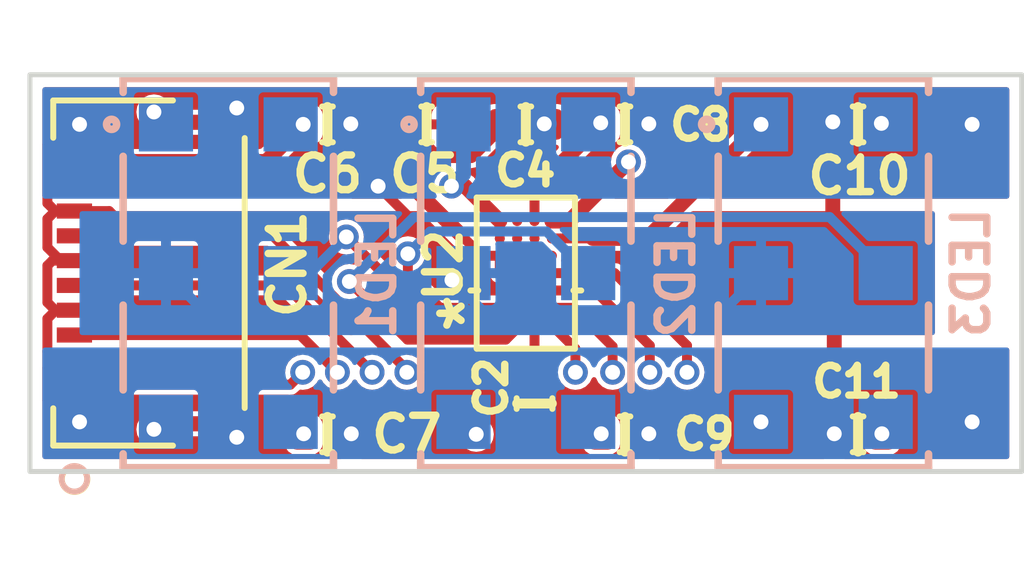
<source format=kicad_pcb>
(kicad_pcb (version 20211014) (generator pcbnew)
  (layers (0 "F.Cu" power) (1 "In1.Cu" signal) (2 "In2.Cu" signal) (31 "B.Cu" power) (34 "B.Paste" user) (35 "F.Paste" user) (36 "B.SilkS" user "B.Silkscreen") (37 "F.SilkS" user "F.Silkscreen") (38 "B.Mask" user) (39 "F.Mask" user) (44 "Edge.Cuts" user))
  (net 0 "")
  (net 1 "VDD")
  (net 2 "/LED4_DRV")
  (net 3 "Net-(C2-Pad1)")
  (net 4 "U_GND")
  (net 5 "+1V8")
  (net 6 "/PPG_SCLK")
  (net 7 "/PPG_MISO")
  (net 8 "/PPG_MOSI")
  (net 9 "/PPG_CS")
  (net 10 "/PD1_IN")
  (net 11 "/PD2_IN")
  (net 12 "/PD3_IN")
  (net 15 "/LED3_DRV")
  (net 16 "/LED9_DRV")
  (footprint "User_library:UL_C_0402_1005Metric" (layer "F.Cu") (at 162 77.25)
    (fp_text reference "C9" (at 1.6 0) (layer "F.SilkS") (effects (font (size 0.6 0.6))))
    (fp_text value "22u")
    (fp_line (start -0.107836 -0.36) (end 0.107836 -0.36) (layer "F.SilkS") (width 0.12))
    (fp_line (start 0 -0.35) (end 0 0.35) (layer "F.SilkS") (width 0.2))
    (fp_line (start -0.107836 0.36) (end 0.107836 0.36) (layer "F.SilkS") (width 0.12))
    (pad "1" smd roundrect locked (at -0.48 0) (size 0.56 0.62) (layers "F.Cu" "F.Paste" "F.Mask") (net 1 "VDD"))
    (pad "2" smd roundrect locked (at 0.48 0) (size 0.56 0.62) (layers "F.Cu" "F.Paste" "F.Mask") (net 4 "U_GND"))
  )
  (footprint "User_library:UL_C_0402_1005Metric" (layer "F.Cu") (at 156 77.25)
    (fp_text reference "C7" (at 1.6 0) (layer "F.SilkS") (effects (font (size 0.7 0.7))))
    (fp_text value "22u")
    (fp_line (start -0.107836 -0.36) (end 0.107836 -0.36) (layer "F.SilkS") (width 0.12))
    (fp_line (start -0.107836 0.36) (end 0.107836 0.36) (layer "F.SilkS") (width 0.12))
    (fp_line (start 0 -0.35) (end 0 0.35) (layer "F.SilkS") (width 0.2))
    (pad "1" smd roundrect locked (at -0.48 0) (size 0.56 0.62) (layers "F.Cu" "F.Paste" "F.Mask") (net 1 "VDD"))
    (pad "2" smd roundrect locked (at 0.48 0) (size 0.56 0.62) (layers "F.Cu" "F.Paste" "F.Mask") (net 4 "U_GND"))
  )
  (footprint "User_library:503480-1000" (layer "F.Cu") (at 152.4 73.9981 90)
    (fp_text reference "CN1" (at 0.1781 2.79 90) (layer "F.SilkS") (effects (font (size 0.7 0.7))))
    (fp_text value "503480-1000")
    (fp_circle (center -4.15 -1.5034) (end -3.8922 -1.5) (layer "B.SilkS") (width 0.12) (fill none))
    (fp_line (start 3.4798 0.483615) (end 3.4798 -1.9304) (layer "F.SilkS") (width 0.12))
    (fp_line (start -2.721821 1.9304) (end 2.721821 1.9304) (layer "F.SilkS") (width 0.12))
    (fp_line (start -3.4798 -1.9304) (end -3.4798 0.483615) (layer "F.SilkS") (width 0.12))
    (fp_line (start -2.72739 -1.9304) (end -3.4798 -1.9304) (layer "F.SilkS") (width 0.12))
    (fp_line (start 3.4798 -1.9304) (end 2.72739 -1.9304) (layer "F.SilkS") (width 0.12))
    (fp_circle (center -4.1578 -1.5) (end -3.9 -1.5) (layer "F.SilkS") (width 0.12) (fill none))
    (pad "1" smd rect locked (at -2.250001 -1.5034 90) (size 0.3048 0.7112) (layers "F.Cu" "F.Paste" "F.Mask") (net 6 "/PPG_SCLK"))
    (pad "2" smd rect locked (at -1.749999 -1.5034 90) (size 0.3048 0.7112) (layers "F.Cu" "F.Paste" "F.Mask") (net 4 "U_GND"))
    (pad "3" smd rect locked (at -1.25 -1.5034 90) (size 0.3048 0.7112) (layers "F.Cu" "F.Paste" "F.Mask") (net 7 "/PPG_MISO"))
    (pad "4" smd rect locked (at -0.750001 -1.5034 90) (size 0.3048 0.7112) (layers "F.Cu" "F.Paste" "F.Mask") (net 4 "U_GND"))
    (pad "5" smd rect locked (at -0.25 -1.5034 90) (size 0.3048 0.7112) (layers "F.Cu" "F.Paste" "F.Mask") (net 8 "/PPG_MOSI"))
    (pad "6" smd rect locked (at 0.25 -1.5034 90) (size 0.3048 0.7112) (layers "F.Cu" "F.Paste" "F.Mask") (net 4 "U_GND"))
    (pad "7" smd rect locked (at 0.750001 -1.5034 90) (size 0.3048 0.7112) (layers "F.Cu" "F.Paste" "F.Mask") (net 9 "/PPG_CS"))
    (pad "8" smd rect locked (at 1.25 -1.5034 90) (size 0.3048 0.7112) (layers "F.Cu" "F.Paste" "F.Mask") (net 4 "U_GND"))
    (pad "9" smd rect locked (at 1.749999 -1.5034 90) (size 0.3048 0.7112) (layers "F.Cu" "F.Paste" "F.Mask") (net 5 "+1V8"))
    (pad "10" smd rect locked (at 2.250001 -1.5034 90) (size 0.3048 0.7112) (layers "F.Cu" "F.Paste" "F.Mask") (net 1 "VDD"))
    (pad "11" smd rect locked (at -3.040002 1.1466 90) (size 0.3048 0.9906) (layers "F.Cu" "F.Paste" "F.Mask") (net 4 "U_GND"))
    (pad "12" smd rect locked (at 3.040002 1.1466 90) (size 0.3048 0.9906) (layers "F.Cu" "F.Paste" "F.Mask") (net 4 "U_GND"))
  )
  (footprint "User_library:UL_C_0402_1005Metric" (layer "F.Cu") (at 160.175 76.63 -90)
    (fp_text reference "C2" (at -0.32 0.87 -270) (layer "F.SilkS") (effects (font (size 0.6 0.6))))
    (fp_text value "1u")
    (fp_line (start 0 -0.35) (end 0 0.35) (layer "F.SilkS") (width 0.2))
    (fp_line (start -0.107836 0.36) (end 0.107836 0.36) (layer "F.SilkS") (width 0.12))
    (fp_line (start -0.107836 -0.36) (end 0.107836 -0.36) (layer "F.SilkS") (width 0.12))
    (pad "1" smd roundrect locked (at -0.48 0 270) (size 0.56 0.62) (layers "F.Cu" "F.Paste" "F.Mask") (net 3 "Net-(C2-Pad1)"))
    (pad "2" smd roundrect locked (at 0.48 0 270) (size 0.56 0.62) (layers "F.Cu" "F.Paste" "F.Mask") (net 4 "U_GND"))
  )
  (footprint "User_library:UL_C_0402_1005Metric" (layer "F.Cu") (at 162 71)
    (fp_text reference "C8" (at 1.52 0.01 180) (layer "F.SilkS") (effects (font (size 0.6 0.6))))
    (fp_text value "22u")
    (fp_line (start 0 -0.35) (end 0 0.35) (layer "F.SilkS") (width 0.2))
    (fp_line (start -0.107836 -0.36) (end 0.107836 -0.36) (layer "F.SilkS") (width 0.12))
    (fp_line (start -0.107836 0.36) (end 0.107836 0.36) (layer "F.SilkS") (width 0.12))
    (pad "1" smd roundrect locked (at -0.48 0) (size 0.56 0.62) (layers "F.Cu" "F.Paste" "F.Mask") (net 1 "VDD"))
    (pad "2" smd roundrect locked (at 0.48 0) (size 0.56 0.62) (layers "F.Cu" "F.Paste" "F.Mask") (net 4 "U_GND"))
  )
  (footprint "User_library:UL_C_0402_1005Metric" (layer "F.Cu") (at 166.7 77.25 180)
    (fp_text reference "C11" (at 0.03 1.06) (layer "F.SilkS") (effects (font (size 0.6 0.6))))
    (fp_text value "22u")
    (fp_line (start -0.107836 -0.36) (end 0.107836 -0.36) (layer "F.SilkS") (width 0.12))
    (fp_line (start 0 -0.35) (end 0 0.35) (layer "F.SilkS") (width 0.2))
    (fp_line (start -0.107836 0.36) (end 0.107836 0.36) (layer "F.SilkS") (width 0.12))
    (pad "1" smd roundrect locked (at -0.48 0 180) (size 0.56 0.62) (layers "F.Cu" "F.Paste" "F.Mask") (net 1 "VDD"))
    (pad "2" smd roundrect locked (at 0.48 0 180) (size 0.56 0.62) (layers "F.Cu" "F.Paste" "F.Mask") (net 4 "U_GND"))
  )
  (footprint "User_library:UL_C_0402_1005Metric" (layer "F.Cu") (at 156 71)
    (fp_text reference "C6" (at 0 1) (layer "F.SilkS") (effects (font (size 0.7 0.7))))
    (fp_text value "22u")
    (fp_line (start 0 -0.35) (end 0 0.35) (layer "F.SilkS") (width 0.2))
    (fp_line (start -0.107836 -0.36) (end 0.107836 -0.36) (layer "F.SilkS") (width 0.12))
    (fp_line (start -0.107836 0.36) (end 0.107836 0.36) (layer "F.SilkS") (width 0.12))
    (pad "1" smd roundrect locked (at -0.48 0) (size 0.56 0.62) (layers "F.Cu" "F.Paste" "F.Mask") (net 1 "VDD"))
    (pad "2" smd roundrect locked (at 0.48 0) (size 0.56 0.62) (layers "F.Cu" "F.Paste" "F.Mask") (net 4 "U_GND"))
  )
  (footprint "User_library:UL_C_0402_1005Metric" (layer "F.Cu") (at 166.7 71 180)
    (fp_text reference "C10" (at -0.03 -1.04) (layer "F.SilkS") (effects (font (size 0.7 0.7))))
    (fp_text value "22u")
    (fp_line (start -0.107836 0.36) (end 0.107836 0.36) (layer "F.SilkS") (width 0.12))
    (fp_line (start -0.107836 -0.36) (end 0.107836 -0.36) (layer "F.SilkS") (width 0.12))
    (fp_line (start 0 -0.35) (end 0 0.35) (layer "F.SilkS") (width 0.2))
    (pad "1" smd roundrect locked (at -0.48 0 180) (size 0.56 0.62) (layers "F.Cu" "F.Paste" "F.Mask") (net 1 "VDD"))
    (pad "2" smd roundrect locked (at 0.48 0 180) (size 0.56 0.62) (layers "F.Cu" "F.Paste" "F.Mask") (net 4 "U_GND"))
  )
  (footprint "User_library:UL_C_0402_1005Metric" (layer "F.Cu") (at 158 71)
    (fp_text reference "C5" (at -0.04 1) (layer "F.SilkS") (effects (font (size 0.7 0.7))))
    (fp_text value "0.1u")
    (fp_line (start -0.107836 -0.36) (end 0.107836 -0.36) (layer "F.SilkS") (width 0.12))
    (fp_line (start 0 -0.35) (end 0 0.35) (layer "F.SilkS") (width 0.2))
    (fp_line (start -0.107836 0.36) (end 0.107836 0.36) (layer "F.SilkS") (width 0.12))
    (pad "1" smd roundrect locked (at -0.48 0) (size 0.56 0.62) (layers "F.Cu" "F.Paste" "F.Mask") (net 5 "+1V8"))
    (pad "2" smd roundrect locked (at 0.48 0) (size 0.56 0.62) (layers "F.Cu" "F.Paste" "F.Mask") (net 4 "U_GND"))
  )
  (footprint "User_library:MAX86171ENI&plus_" (layer "F.Cu") (at 160 74 -90)
    (fp_text reference "U2" (at -0.1595 1.662 -90) (layer "F.SilkS") (effects (font (size 0.7 0.7))))
    (fp_text value "MAX86171ENI+" hide)
    (fp_text user "*" (at 0.81 1.19 -90) (layer "F.SilkS"))
    (fp_line (start 0.350012 -0.95934) (end 0.350012 -1.1176) (layer "F.SilkS") (width 0.12))
    (fp_line (start 1.524 0.9906) (end 1.524 -0.9906) (layer "F.SilkS") (width 0.12))
    (fp_line (start -1.524 -0.9906) (end -1.524 0.9906) (layer "F.SilkS") (width 0.12))
    (fp_line (start 0.350012 0.95934) (end 0.350012 1.1176) (layer "F.SilkS") (width 0.12))
    (fp_line (start -1.524 0.9906) (end 1.524 0.9906) (layer "F.SilkS") (width 0.12))
    (fp_line (start 1.524 -0.9906) (end -1.524 -0.9906) (layer "F.SilkS") (width 0.12))
    (pad "A1" smd circle (at -1.05 -0.525 270) (size 0.2032 0.2032) (layers "F.Cu" "F.Paste" "F.Mask") (net 15 "/LED3_DRV"))
    (pad "A2" smd circle (at -0.7 -0.525 270) (size 0.2032 0.2032) (layers "F.Cu" "F.Paste" "F.Mask") (net 16 "/LED9_DRV"))
    (pad "A3" smd circle (at -0.35 -0.525 270) (size 0.2032 0.2032) (layers "F.Cu" "F.Paste" "F.Mask"))
    (pad "A4" smd circle (at 0 -0.525 270) (size 0.2032 0.2032) (layers "F.Cu" "F.Paste" "F.Mask") (net 6 "/PPG_SCLK"))
    (pad "A5" smd circle (at 0.35 -0.525 270) (size 0.2032 0.2032) (layers "F.Cu" "F.Paste" "F.Mask") (net 7 "/PPG_MISO"))
    (pad "A6" smd circle (at 0.7 -0.525 270) (size 0.2032 0.2032) (layers "F.Cu" "F.Paste" "F.Mask") (net 8 "/PPG_MOSI"))
    (pad "A7" smd circle (at 1.05 -0.525 270) (size 0.2032 0.2032) (layers "F.Cu" "F.Paste" "F.Mask") (net 9 "/PPG_CS"))
    (pad "B1" smd circle (at -1.05 -0.175 270) (size 0.2032 0.2032) (layers "F.Cu" "F.Paste" "F.Mask") (net 1 "VDD"))
    (pad "B2" smd circle (at -0.7 -0.175 270) (size 0.2032 0.2032) (layers "F.Cu" "F.Paste" "F.Mask"))
    (pad "B3" smd circle (at -0.35 -0.175 270) (size 0.2032 0.2032) (layers "F.Cu" "F.Paste" "F.Mask") (net 4 "U_GND"))
    (pad "B4" smd circle (at 0 -0.175 270) (size 0.2032 0.2032) (layers "F.Cu" "F.Paste" "F.Mask"))
    (pad "B5" smd circle (at 0.35 -0.175 270) (size 0.2032 0.2032) (layers "F.Cu" "F.Paste" "F.Mask") (net 4 "U_GND"))
    (pad "B6" smd circle (at 0.7 -0.175 270) (size 0.2032 0.2032) (layers "F.Cu" "F.Paste" "F.Mask"))
    (pad "B7" smd circle (at 1.05 -0.175 270) (size 0.2032 0.2032) (layers "F.Cu" "F.Paste" "F.Mask") (net 3 "Net-(C2-Pad1)"))
    (pad "C1" smd circle (at -1.05 0.175 270) (size 0.2032 0.2032) (layers "F.Cu" "F.Paste" "F.Mask"))
    (pad "C2" smd circle (at -0.7 0.175 270) (size 0.2032 0.2032) (layers "F.Cu" "F.Paste" "F.Mask"))
    (pad "C3" smd circle (at -0.35 0.175 270) (size 0.2032 0.2032) (layers "F.Cu" "F.Paste" "F.Mask"))
    (pad "C4" smd circle (at 0 0.175 270) (size 0.2032 0.2032) (layers "F.Cu" "F.Paste" "F.Mask") (net 4 "U_GND"))
    (pad "C5" smd circle (at 0.35 0.175 270) (size 0.2032 0.2032) (layers "F.Cu" "F.Paste" "F.Mask") (net 4 "U_GND"))
    (pad "C6" smd circle (at 0.7 0.175 270) (size 0.2032 0.2032) (layers "F.Cu" "F.Paste" "F.Mask"))
    (pad "C7" smd circle (at 1.05 0.175 270) (size 0.2032 0.2032) (layers "F.Cu" "F.Paste" "F.Mask") (net 12 "/PD3_IN"))
    (pad "D1" smd circle (at -1.05 0.525 270) (size 0.2032 0.2032) (layers "F.Cu" "F.Paste" "F.Mask") (net 2 "/LED4_DRV"))
    (pad "D2" smd circle (at -0.7 0.525 270) (size 0.2032 0.2032) (layers "F.Cu" "F.Paste" "F.Mask"))
    (pad "D3" smd circle (at -0.35 0.525 270) (size 0.2032 0.2032) (layers "F.Cu" "F.Paste" "F.Mask") (net 5 "+1V8"))
    (pad "D4" smd circle (at 0 0.525 270) (size 0.2032 0.2032) (layers "F.Cu" "F.Paste" "F.Mask") (net 5 "+1V8"))
    (pad "D5" smd circle (at 0.35 0.525 270) (size 0.2032 0.2032) (layers "F.Cu" "F.Paste" "F.Mask") (net 4 "U_GND"))
    (pad "D6" smd circle (at 0.7 0.525 270) (size 0.2032 0.2032) (layers "F.Cu" "F.Paste" "F.Mask") (net 11 "/PD2_IN"))
    (pad "D7" smd circle (at 1.05 0.525 270) (size 0.2032 0.2032) (layers "F.Cu" "F.Paste" "F.Mask") (net 10 "/PD1_IN"))
  )
  (footprint "User_library:UL_C_0402_1005Metric" (layer "F.Cu") (at 160 71)
    (fp_text reference "C4" (at -0.01 0.93) (layer "F.SilkS") (effects (font (size 0.6 0.6))))
    (fp_text value "10u")
    (fp_line (start 0 -0.35) (end 0 0.35) (layer "F.SilkS") (width 0.2))
    (fp_line (start -0.107836 0.36) (end 0.107836 0.36) (layer "F.SilkS") (width 0.12))
    (fp_line (start -0.107836 -0.36) (end 0.107836 -0.36) (layer "F.SilkS") (width 0.12))
    (pad "1" smd roundrect locked (at -0.48 0) (size 0.56 0.62) (layers "F.Cu" "F.Paste" "F.Mask") (net 5 "+1V8"))
    (pad "2" smd roundrect locked (at 0.48 0) (size 0.56 0.62) (layers "F.Cu" "F.Paste" "F.Mask") (net 4 "U_GND"))
  )
  (footprint "User_library:SFH7070" (layer "B.Cu") (at 154 74 180)
    (fp_text reference "LED1" (at -3 -0.01 90) (layer "B.SilkS") (effects (font (size 0.7 0.7)) (justify mirror)))
    (fp_text value "SFH_7070")
    (fp_line (start -2.1209 -0.645647) (end -2.1209 -2.354352) (layer "B.SilkS") (width 0.1524))
    (fp_line (start -2.1209 2.354352) (end -2.1209 0.645647) (layer "B.SilkS") (width 0.1524))
    (fp_line (start -2.1209 -3.9243) (end 2.1209 -3.9243) (layer "B.SilkS") (width 0.1524))
    (fp_line (start 2.1209 -3.9243) (end 2.1209 -3.645646) (layer "B.SilkS") (width 0.1524))
    (fp_line (start 2.1209 3.9243) (end -2.1209 3.9243) (layer "B.SilkS") (width 0.1524))
    (fp_line (start 2.1209 -2.354352) (end 2.1209 -0.645647) (layer "B.SilkS") (width 0.1524))
    (fp_line (start -2.1209 -3.645646) (end -2.1209 -3.9243) (layer "B.SilkS") (width 0.1524))
    (fp_line (start 2.1209 3.645646) (end 2.1209 3.9243) (layer "B.SilkS") (width 0.1524))
    (fp_line (start -2.1209 3.9243) (end -2.1209 3.645646) (layer "B.SilkS") (width 0.1524))
    (fp_line (start 2.1209 0.645647) (end 2.1209 2.354352) (layer "B.SilkS") (width 0.1524))
    (fp_circle (center 2.354199 2.999999) (end 2.455799 2.999999) (layer "B.SilkS") (width 0.1524) (fill none))
    (pad "1" smd rect locked (at 1.2573 2.999999 180) (size 1.0922 1.0922) (layers "B.Cu" "B.Paste" "B.Mask") (net 15 "/LED3_DRV"))
    (pad "2" smd rect locked (at 1.2573 0 180) (size 1.0922 1.0922) (layers "B.Cu" "B.Paste" "B.Mask") (net 4 "U_GND"))
    (pad "3" smd rect locked (at 1.2573 -2.999999 180) (size 1.0922 1.0922) (layers "B.Cu" "B.Paste" "B.Mask") (net 15 "/LED3_DRV"))
    (pad "4" smd rect locked (at -1.2573 -2.999999 180) (size 1.0922 1.0922) (layers "B.Cu" "B.Paste" "B.Mask") (net 1 "VDD"))
    (pad "5" smd rect locked (at -1.2573 0 180) (size 1.0922 1.0922) (layers "B.Cu" "B.Paste" "B.Mask") (net 10 "/PD1_IN"))
    (pad "6" smd rect locked (at -1.2573 2.999999 180) (size 1.0922 1.0922) (layers "B.Cu" "B.Paste" "B.Mask") (net 1 "VDD"))
  )
  (footprint "User_library:SFH7070" (layer "B.Cu") (at 166 74 180)
    (fp_text reference "LED3" (at -2.98 0.01 90) (layer "B.SilkS") (effects (font (size 0.7 0.7)) (justify mirror)))
    (fp_text value "SFH_7070")
    (fp_line (start 2.1209 3.9243) (end -2.1209 3.9243) (layer "B.SilkS") (width 0.1524))
    (fp_line (start 2.1209 -2.354352) (end 2.1209 -0.645647) (layer "B.SilkS") (width 0.1524))
    (fp_line (start -2.1209 2.354352) (end -2.1209 0.645647) (layer "B.SilkS") (width 0.1524))
    (fp_line (start 2.1209 -3.9243) (end 2.1209 -3.645646) (layer "B.SilkS") (width 0.1524))
    (fp_line (start 2.1209 3.645646) (end 2.1209 3.9243) (layer "B.SilkS") (width 0.1524))
    (fp_line (start -2.1209 3.9243) (end -2.1209 3.645646) (layer "B.SilkS") (width 0.1524))
    (fp_line (start -2.1209 -0.645647) (end -2.1209 -2.354352) (layer "B.SilkS") (width 0.1524))
    (fp_line (start 2.1209 0.645647) (end 2.1209 2.354352) (layer "B.SilkS") (width 0.1524))
    (fp_line (start -2.1209 -3.9243) (end 2.1209 -3.9243) (layer "B.SilkS") (width 0.1524))
    (fp_line (start -2.1209 -3.645646) (end -2.1209 -3.9243) (layer "B.SilkS") (width 0.1524))
    (fp_circle (center 2.354199 2.999999) (end 2.455799 2.999999) (layer "B.SilkS") (width 0.1524) (fill none))
    (pad "1" smd rect locked (at 1.2573 2.999999 180) (size 1.0922 1.0922) (layers "B.Cu" "B.Paste" "B.Mask") (net 16 "/LED9_DRV"))
    (pad "2" smd rect locked (at 1.2573 0 180) (size 1.0922 1.0922) (layers "B.Cu" "B.Paste" "B.Mask") (net 4 "U_GND"))
    (pad "3" smd rect locked (at 1.2573 -2.999999 180) (size 1.0922 1.0922) (layers "B.Cu" "B.Paste" "B.Mask") (net 16 "/LED9_DRV"))
    (pad "4" smd rect locked (at -1.2573 -2.999999 180) (size 1.0922 1.0922) (layers "B.Cu" "B.Paste" "B.Mask") (net 1 "VDD"))
    (pad "5" smd rect locked (at -1.2573 0 180) (size 1.0922 1.0922) (layers "B.Cu" "B.Paste" "B.Mask") (net 12 "/PD3_IN"))
    (pad "6" smd rect locked (at -1.2573 2.999999 180) (size 1.0922 1.0922) (layers "B.Cu" "B.Paste" "B.Mask") (net 1 "VDD"))
  )
  (footprint "User_library:SFH7070" (layer "B.Cu") (at 160 74 180)
    (fp_text reference "LED2" (at -3.03 0 90) (layer "B.SilkS") (effects (font (size 0.7 0.7)) (justify mirror)))
    (fp_text value "SFH_7070")
    (fp_line (start 2.1209 -3.9243) (end 2.1209 -3.645646) (layer "B.SilkS") (width 0.1524))
    (fp_line (start -2.1209 -0.645647) (end -2.1209 -2.354352) (layer "B.SilkS") (width 0.1524))
    (fp_line (start 2.1209 3.9243) (end -2.1209 3.9243) (layer "B.SilkS") (width 0.1524))
    (fp_line (start 2.1209 -2.354352) (end 2.1209 -0.645647) (layer "B.SilkS") (width 0.1524))
    (fp_line (start 2.1209 0.645647) (end 2.1209 2.354352) (layer "B.SilkS") (width 0.1524))
    (fp_line (start 2.1209 3.645646) (end 2.1209 3.9243) (layer "B.SilkS") (width 0.1524))
    (fp_line (start -2.1209 -3.9243) (end 2.1209 -3.9243) (layer "B.SilkS") (width 0.1524))
    (fp_line (start -2.1209 -3.645646) (end -2.1209 -3.9243) (layer "B.SilkS") (width 0.1524))
    (fp_line (start -2.1209 3.9243) (end -2.1209 3.645646) (layer "B.SilkS") (width 0.1524))
    (fp_line (start -2.1209 2.354352) (end -2.1209 0.645647) (layer "B.SilkS") (width 0.1524))
    (fp_circle (center 2.354199 2.999999) (end 2.455799 2.999999) (layer "B.SilkS") (width 0.1524) (fill none))
    (pad "1" smd rect locked (at 1.2573 2.999999 180) (size 1.0922 1.0922) (layers "B.Cu" "B.Paste" "B.Mask") (net 2 "/LED4_DRV"))
    (pad "2" smd rect locked (at 1.2573 0 180) (size 1.0922 1.0922) (layers "B.Cu" "B.Paste" "B.Mask") (net 4 "U_GND"))
    (pad "3" smd rect locked (at 1.2573 -2.999999 180) (size 1.0922 1.0922) (layers "B.Cu" "B.Paste" "B.Mask") (net 2 "/LED4_DRV"))
    (pad "4" smd rect locked (at -1.2573 -2.999999 180) (size 1.0922 1.0922) (layers "B.Cu" "B.Paste" "B.Mask") (net 1 "VDD"))
    (pad "5" smd rect locked (at -1.2573 0 180) (size 1.0922 1.0922) (layers "B.Cu" "B.Paste" "B.Mask") (net 11 "/PD2_IN"))
    (pad "6" smd rect locked (at -1.2573 2.999999 180) (size 1.0922 1.0922) (layers "B.Cu" "B.Paste" "B.Mask") (net 1 "VDD"))
  )
  (gr_rect (start 150 70) (end 170 78) (layer "Edge.Cuts") (width 0.1) (fill none))
  (segment (start 161.51 71) (end 161.52 71.01) (width 0.2) (layer "F.Cu") (net 1))
  (segment (start 161.52 70.98) (end 161.52 71.03) (width 0.2) (layer "F.Cu") (net 1))
  (segment (start 161.51 70.97) (end 161.51 70.99) (width 0.3) (layer "F.Cu") (net 1))
  (segment (start 154.761901 71.748099) (end 155.51 71) (width 0.3) (layer "F.Cu") (net 1))
  (segment (start 161.51 71) (end 161.51 71.02) (width 0.2) (layer "F.Cu") (net 1))
  (segment (start 150.8966 71.748099) (end 154.761901 71.748099) (width 0.3) (layer "F.Cu") (net 1))
  (segment (start 161.51 70.99) (end 160.175 72.325) (width 0.3) (layer "F.Cu") (net 1))
  (segment (start 160.175 72.95) (end 160.175 72.325) (width 0.2) (layer "F.Cu") (net 1))
  (via (at 155.52 77.2395) (size 0.5) (drill 0.3) (layers "F.Cu" "B.Cu") (net 1))
  (via (at 167.18 77.2395) (size 0.5) (drill 0.3) (layers "F.Cu" "B.Cu") (net 1))
  (via (at 155.51 71) (size 0.5) (drill 0.3) (layers "F.Cu" "B.Cu") (net 1))
  (via (at 167.17 70.98) (size 0.5) (drill 0.3) (layers "F.Cu" "B.Cu") (net 1))
  (via (at 161.51 70.97) (size 0.5) (drill 0.3) (layers "F.Cu" "B.Cu") (net 1))
  (via (at 161.52 77.2395) (size 0.5) (drill 0.3) (layers "F.Cu" "B.Cu") (net 1))
  (segment (start 158.771251 72.246251) (end 159.475 72.95) (width 0.3) (layer "F.Cu") (net 2))
  (segment (start 158.5 72.246251) (end 158.771251 72.246251) (width 0.3) (layer "F.Cu") (net 2))
  (via (at 159 77.25) (size 0.5) (drill 0.3) (layers "F.Cu" "B.Cu") (net 2))
  (via (at 158.5 72.246251) (size 0.5) (drill 0.3) (layers "F.Cu" "B.Cu") (net 2))
  (segment (start 158.5 72.246251) (end 158.7427 72.003551) (width 0.3) (layer "B.Cu") (net 2))
  (segment (start 158.7427 72.003551) (end 158.7427 71.000001) (width 0.3) (layer "B.Cu") (net 2))
  (segment (start 160.175 75.05) (end 160.175 76.135) (width 0.2) (layer "F.Cu") (net 3))
  (segment (start 150.509577 75.748099) (end 150.351489 75.590011) (width 0.2) (layer "F.Cu") (net 4))
  (segment (start 150.351489 73.848511) (end 150.4519 73.7481) (width 0.2) (layer "F.Cu") (net 4))
  (segment (start 150.351489 75.90619) (end 150.351489 76.570012) (width 0.2) (layer "F.Cu") (net 4))
  (segment (start 159.475 74.35) (end 158.7205 74.35) (width 0.2) (layer "F.Cu") (net 4))
  (segment (start 150.351489 76.570012) (end 150.781477 77) (width 0.2) (layer "F.Cu") (net 4))
  (segment (start 150.351489 74.590011) (end 150.351489 73.848511) (width 0.2) (layer "F.Cu") (net 4))
  (segment (start 150.351489 72.906188) (end 150.351489 73.481499) (width 0.2) (layer "F.Cu") (net 4))
  (segment (start 150.8966 74.748101) (end 151.728101 74.748101) (width 0.2) (layer "F.Cu") (net 4))
  (segment (start 158.51 74.1395) (end 158.51 73.735122) (width 0.2) (layer "F.Cu") (net 4))
  (segment (start 150.509577 75.748099) (end 150.8966 75.748099) (width 0.2) (layer "F.Cu") (net 4))
  (segment (start 159.825 74.35) (end 159.825 74) (width 0.2) (layer "F.Cu") (net 4))
  (segment (start 158.51 73.735122) (end 157.021129 72.246251) (width 0.2) (layer "F.Cu") (net 4))
  (segment (start 160.175 74.35) (end 159.825 74.35) (width 0.2) (layer "F.Cu") (net 4))
  (segment (start 150.351489 72.590012) (end 150.351489 71.406188) (width 0.2) (layer "F.Cu") (net 4))
  (segment (start 150.351489 73.481499) (end 150.61809 73.7481) (width 0.2) (layer "F.Cu") (net 4))
  (segment (start 160.175 73.65) (end 159.825 74) (width 0.1) (layer "F.Cu") (net 4))
  (segment (start 150.757677 71) (end 151 71) (width 0.2) (layer "F.Cu") (net 4))
  (segment (start 150.8966 72.7481) (end 150.509577 72.7481) (width 0.2) (layer "F.Cu") (net 4))
  (segment (start 150.8966 73.7481) (end 151.6681 73.7481) (width 0.2) (layer "F.Cu") (net 4))
  (segment (start 150.509577 72.7481) (end 150.351489 72.906188) (width 0.2) (layer "F.Cu") (net 4))
  (segment (start 150.509579 74.748101) (end 150.351489 74.590011) (width 0.2) (layer "F.Cu") (net 4))
  (segment (start 158.7205 74.35) (end 158.51 74.1395) (width 0.2) (layer "F.Cu") (net 4))
  (segment (start 150.509579 74.748101) (end 150.8966 74.748101) (width 0.2) (layer "F.Cu") (net 4))
  (segment (start 150.4519 73.7481) (end 150.8966 73.7481) (width 0.2) (layer "F.Cu") (net 4))
  (segment (start 150.8966 72.7481) (end 151.5981 72.7481) (width 0.2) (layer "F.Cu") (net 4))
  (segment (start 159.475 74.35) (end 159.825 74.35) (width 0.2) (layer "F.Cu") (net 4))
  (segment (start 166.22 77.2395) (end 166.22 75.1) (width 0.3) (layer "F.Cu") (net 4))
  (segment (start 150.351489 74.918511) (end 150.521899 74.748101) (width 0.2) (layer "F.Cu") (net 4))
  (segment (start 150.351489 71.406188) (end 150.757677 71) (width 0.2) (layer "F.Cu") (net 4))
  (segment (start 150.781477 77) (end 151 77) (width 0.2) (layer "F.Cu") (net 4))
  (segment (start 150.351489 75.590011) (end 150.351489 74.918511) (width 0.2) (layer "F.Cu") (net 4))
  (segment (start 150.8966 75.748099) (end 151.668099 75.748099) (width 0.2) (layer "F.Cu") (net 4))
  (segment (start 166.19 70.95) (end 166.19 72.82) (width 0.3) (layer "F.Cu") (net 4))
  (segment (start 166.22 75.1) (end 167.06 74.26) (width 0.3) (layer "F.Cu") (net 4))
  (segment (start 151.5981 72.7481) (end 151.69 72.84) (width 0.2) (layer "F.Cu") (net 4))
  (segment (start 150.50958 75.748099) (end 150.351489 75.90619) (width 0.2) (layer "F.Cu") (net 4))
  (segment (start 150.509577 72.7481) (end 150.351489 72.590012) (width 0.2) (layer "F.Cu") (net 4))
  (via (at 169 77) (size 0.5) (drill 0.3) (layers "F.Cu" "B.Cu") (net 4))
  (via (at 154.17 77.31) (size 0.5) (drill 0.3) (layers "F.Cu" "B.Cu") (net 4))
  (via (at 156.47 70.99) (size 0.5) (drill 0.3) (layers "F.Cu" "B.Cu") (net 4))
  (via (at 151 77) (size 0.5) (drill 0.3) (layers "F.Cu" "B.Cu") (net 4))
  (via (at 157.021129 72.246251) (size 0.5) (drill 0.3) (layers "F.Cu" "B.Cu") (net 4))
  (via (at 169 71) (size 0.5) (drill 0.3) (layers "F.Cu" "B.Cu") (net 4))
  (via (at 151 71) (size 0.5) (drill 0.3) (layers "F.Cu" "B.Cu") (net 4))
  (via (at 166.22 77.2395) (size 0.5) (drill 0.3) (layers "F.Cu" "B.Cu") (net 4))
  (via (at 158.51 74.1395) (size 0.5) (drill 0.3) (layers "F.Cu" "B.Cu") (net 4))
  (via (at 162.48 70.99) (size 0.5) (drill 0.3) (layers "F.Cu" "B.Cu") (net 4))
  (via (at 162.48 77.2395) (size 0.5) (drill 0.3) (layers "F.Cu" "B.Cu") (net 4))
  (via (at 166.19 70.95) (size 0.5) (drill 0.3) (layers "F.Cu" "B.Cu") (net 4))
  (via (at 156.48 77.2395) (size 0.5) (drill 0.3) (layers "F.Cu" "B.Cu") (net 4))
  (via (at 154.17 70.67) (size 0.5) (drill 0.3) (layers "F.Cu" "B.Cu") (net 4))
  (via (at 160.371698 70.99) (size 0.5) (drill 0.3) (layers "F.Cu" "B.Cu") (net 4))
  (segment (start 163.7227 75.02) (end 164.7427 74) (width 0.2) (layer "B.Cu") (net 4))
  (segment (start 158.51 74.1395) (end 159.3905 75.02) (width 0.2) (layer "B.Cu") (net 4))
  (segment (start 158.51 74.1395) (end 158.6495 74) (width 0.2) (layer "B.Cu") (net 4))
  (segment (start 159.3905 75.02) (end 163.7227 75.02) (width 0.2) (layer "B.Cu") (net 4))
  (segment (start 158.6495 74) (end 158.7427 74) (width 0.2) (layer "B.Cu") (net 4))
  (segment (start 158.51 74.1395) (end 157.6495 75) (width 0.2) (layer "B.Cu") (net 4))
  (segment (start 157.6495 75) (end 153.7427 75) (width 0.2) (layer "B.Cu") (net 4))
  (segment (start 153.7427 75) (end 152.7427 74) (width 0.2) (layer "B.Cu") (net 4))
  (segment (start 157.52 71) (end 158.15 71.63) (width 0.3) (layer "F.Cu") (net 5))
  (segment (start 159.11 73.65) (end 158.71 73.25) (width 0.2) (layer "F.Cu") (net 5))
  (segment (start 150.8966 72.248101) (end 156.271899 72.248101) (width 0.3) (layer "F.Cu") (net 5))
  (segment (start 157.52 72.06) (end 158.71 73.25) (width 0.3) (layer "F.Cu") (net 5))
  (segment (start 159.475 73.65) (end 159.475 74) (width 0.2) (layer "F.Cu") (net 5))
  (segment (start 157.52 71) (end 157.52 72.06) (width 0.3) (layer "F.Cu") (net 5))
  (segment (start 158.89 71.63) (end 159.52 71) (width 0.3) (layer "F.Cu") (net 5))
  (segment (start 159.475 73.65) (end 159.11 73.65) (width 0.2) (layer "F.Cu") (net 5))
  (segment (start 156.271899 72.248101) (end 157.52 71) (width 0.3) (layer "F.Cu") (net 5))
  (segment (start 158.15 71.63) (end 158.89 71.63) (width 0.3) (layer "F.Cu") (net 5))
  (segment (start 155.5 76) (end 155.249999 76.250001) (width 0.2) (layer "F.Cu") (net 6))
  (segment (start 163.25 75.46) (end 163.25 76) (width 0.2) (layer "F.Cu") (net 6))
  (segment (start 160.525 74) (end 161.79 74) (width 0.2) (layer "F.Cu") (net 6))
  (segment (start 155.249999 76.250001) (end 150.8966 76.250001) (width 0.2) (layer "F.Cu") (net 6))
  (segment (start 161.79 74) (end 163.25 75.46) (width 0.2) (layer "F.Cu") (net 6))
  (via (at 163.25 76) (size 0.5) (drill 0.3) (layers "F.Cu" "B.Cu") (net 6))
  (via (at 155.5 76) (size 0.5) (drill 0.3) (layers "F.Cu" "B.Cu") (net 6))
  (segment (start 160.525 74.35) (end 161.39 74.35) (width 0.2) (layer "F.Cu") (net 7))
  (segment (start 161.39 74.35) (end 162.5 75.46) (width 0.2) (layer "F.Cu") (net 7))
  (segment (start 156.2 76) (end 155.45 75.25) (width 0.2) (layer "F.Cu") (net 7))
  (segment (start 162.5 75.46) (end 162.5 76) (width 0.2) (layer "F.Cu") (net 7))
  (segment (start 155.45 75.25) (end 150.8966 75.25) (width 0.2) (layer "F.Cu") (net 7))
  (via (at 162.5 76) (size 0.5) (drill 0.3) (layers "F.Cu" "B.Cu") (net 7))
  (via (at 156.2 76) (size 0.5) (drill 0.3) (layers "F.Cu" "B.Cu") (net 7))
  (segment (start 155.1481 74.2481) (end 150.8966 74.2481) (width 0.2) (layer "F.Cu") (net 8))
  (segment (start 160.97 74.7) (end 160.525 74.7) (width 0.2) (layer "F.Cu") (net 8))
  (segment (start 161.75 75.48) (end 160.97 74.7) (width 0.2) (layer "F.Cu") (net 8))
  (segment (start 161.75 76) (end 161.75 75.48) (width 0.2) (layer "F.Cu") (net 8))
  (segment (start 156.85 75.95) (end 155.1481 74.2481) (width 0.2) (layer "F.Cu") (net 8))
  (via (at 156.9 76) (size 0.5) (drill 0.3) (layers "F.Cu" "B.Cu") (net 8))
  (via (at 161.75 76) (size 0.5) (drill 0.3) (layers "F.Cu" "B.Cu") (net 8))
  (segment (start 161 76) (end 161 75.525) (width 0.2) (layer "F.Cu") (net 9))
  (segment (start 161 75.525) (end 160.525 75.05) (width 0.2) (layer "F.Cu") (net 9))
  (segment (start 157.6 75.95) (end 154.898099 73.248099) (width 0.2) (layer "F.Cu") (net 9))
  (segment (start 154.898099 73.248099) (end 150.8966 73.248099) (width 0.2) (layer "F.Cu") (net 9))
  (via (at 161 76) (size 0.5) (drill 0.3) (layers "F.Cu" "B.Cu") (net 9))
  (via (at 157.6 76) (size 0.5) (drill 0.3) (layers "F.Cu" "B.Cu") (net 9))
  (segment (start 156.38 73.27) (end 158.16 75.05) (width 0.2) (layer "F.Cu") (net 10))
  (segment (start 158.16 75.05) (end 159.475 75.05) (width 0.2) (layer "F.Cu") (net 10))
  (via (at 156.38 73.27) (size 0.5) (drill 0.3) (layers "F.Cu" "B.Cu") (net 10))
  (segment (start 155.65 74) (end 156.38 73.27) (width 0.2) (layer "B.Cu") (net 10))
  (segment (start 155.2573 74) (end 155.65 74) (width 0.2) (layer "B.Cu") (net 10))
  (segment (start 158.27 74.7) (end 159.475 74.7) (width 0.2) (layer "F.Cu") (net 11))
  (segment (start 157.620774 74.050774) (end 158.27 74.7) (width 0.2) (layer "F.Cu") (net 11))
  (segment (start 157.620774 73.610774) (end 157.620774 74.050774) (width 0.2) (layer "F.Cu") (net 11))
  (via (at 157.620774 73.610774) (size 0.5) (drill 0.3) (layers "F.Cu" "B.Cu") (net 11))
  (segment (start 160.4173 73.16) (end 161.2573 74) (width 0.2) (layer "B.Cu") (net 11))
  (segment (start 158.071548 73.16) (end 160.4173 73.16) (width 0.2) (layer "B.Cu") (net 11))
  (segment (start 157.620774 73.610774) (end 158.071548 73.16) (width 0.2) (layer "B.Cu") (net 11))
  (segment (start 159.825 75.111694) (end 159.595583 75.341111) (width 0.2) (layer "F.Cu") (net 12))
  (segment (start 159.825 75.05) (end 159.825 75.111694) (width 0.2) (layer "F.Cu") (net 12))
  (segment (start 159.595583 75.341111) (end 157.612659 75.341111) (width 0.2) (layer "F.Cu") (net 12))
  (segment (start 157.612659 75.341111) (end 156.440774 74.169226) (width 0.2) (layer "F.Cu") (net 12))
  (via (at 156.440774 74.169226) (size 0.5) (drill 0.3) (layers "F.Cu" "B.Cu") (net 12))
  (segment (start 156.440774 74.169226) (end 157.74 72.87) (width 0.2) (layer "B.Cu") (net 12))
  (segment (start 166.1273 72.87) (end 167.2573 74) (width 0.2) (layer "B.Cu") (net 12))
  (segment (start 157.74 72.87) (end 166.1273 72.87) (width 0.2) (layer "B.Cu") (net 12))
  (segment (start 160.876398 72.95) (end 160.525 72.95) (width 0.3) (layer "F.Cu") (net 15))
  (segment (start 162.069647 71.756751) (end 160.876398 72.95) (width 0.3) (layer "F.Cu") (net 15))
  (via (at 152.5 77.15) (size 0.5) (drill 0.3) (layers "F.Cu" "B.Cu") (net 15))
  (via (at 162.069647 71.756751) (size 0.5) (drill 0.3) (layers "F.Cu" "B.Cu") (net 15))
  (via (at 152.5 70.75) (size 0.5) (drill 0.3) (layers "F.Cu" "B.Cu") (net 15))
  (segment (start 160.525 73.3) (end 161.35 73.3) (width 0.2) (layer "F.Cu") (net 16))
  (segment (start 164.77 70.9727) (end 162.4427 73.3) (width 0.3) (layer "F.Cu") (net 16))
  (segment (start 162.4427 73.3) (end 161.35 73.3) (width 0.3) (layer "F.Cu") (net 16))
  (via (at 164.7427 71) (size 0.5) (drill 0.3) (layers "F.Cu" "B.Cu") (net 16))
  (via (at 164.7421 77) (size 0.5) (drill 0.3) (layers "F.Cu" "B.Cu") (net 16))
  (zone (net 4) (net_name "U_GND") (layers F&B.Cu) (connect_pads (clearance 0.1)) (min_thickness 0.1) (fill yes (thermal_gap 0.1) (thermal_bridge_width 0.2))
    (polygon (pts (xy 168.25 75.25) (xy 151 75.25) (xy 151 72.75) (xy 168.25 72.75)))
  )
  (zone (net 4) (net_name "U_GND") (layers F&B.Cu) (connect_pads (clearance 0.1)) (min_thickness 0.1) (fill yes (thermal_gap 0.1) (thermal_bridge_width 0.2))
    (polygon (pts (xy 169.75 77.75) (xy 150.25 77.75) (xy 150.25 75.5) (xy 169.75 75.5)))
  )
  (zone (net 4) (net_name "U_GND") (layers F&B.Cu) (connect_pads (clearance 0.1)) (min_thickness 0.1) (fill yes (thermal_gap 0.1) (thermal_bridge_width 0.2))
    (polygon (pts (xy 169.75 72.5) (xy 150.25 72.5) (xy 150.25 70.25) (xy 169.75 70.25)))
  )
)
</source>
